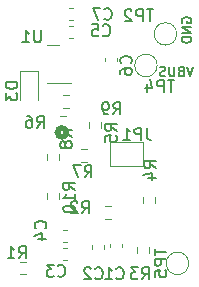
<source format=gbo>
%TF.GenerationSoftware,KiCad,Pcbnew,8.0.1*%
%TF.CreationDate,2024-04-23T06:28:50-07:00*%
%TF.ProjectId,OnOffController,4f6e4f66-6643-46f6-9e74-726f6c6c6572,rev?*%
%TF.SameCoordinates,Original*%
%TF.FileFunction,Legend,Bot*%
%TF.FilePolarity,Positive*%
%FSLAX46Y46*%
G04 Gerber Fmt 4.6, Leading zero omitted, Abs format (unit mm)*
G04 Created by KiCad (PCBNEW 8.0.1) date 2024-04-23 06:28:50*
%MOMM*%
%LPD*%
G01*
G04 APERTURE LIST*
%ADD10C,0.150000*%
%ADD11C,0.508000*%
%ADD12C,0.120000*%
G04 APERTURE END LIST*
D10*
X168100125Y-78977295D02*
X167833458Y-79777295D01*
X167833458Y-79777295D02*
X167566792Y-78977295D01*
X167033459Y-79358247D02*
X166919173Y-79396342D01*
X166919173Y-79396342D02*
X166881078Y-79434438D01*
X166881078Y-79434438D02*
X166842982Y-79510628D01*
X166842982Y-79510628D02*
X166842982Y-79624914D01*
X166842982Y-79624914D02*
X166881078Y-79701104D01*
X166881078Y-79701104D02*
X166919173Y-79739200D01*
X166919173Y-79739200D02*
X166995363Y-79777295D01*
X166995363Y-79777295D02*
X167300125Y-79777295D01*
X167300125Y-79777295D02*
X167300125Y-78977295D01*
X167300125Y-78977295D02*
X167033459Y-78977295D01*
X167033459Y-78977295D02*
X166957268Y-79015390D01*
X166957268Y-79015390D02*
X166919173Y-79053485D01*
X166919173Y-79053485D02*
X166881078Y-79129676D01*
X166881078Y-79129676D02*
X166881078Y-79205866D01*
X166881078Y-79205866D02*
X166919173Y-79282057D01*
X166919173Y-79282057D02*
X166957268Y-79320152D01*
X166957268Y-79320152D02*
X167033459Y-79358247D01*
X167033459Y-79358247D02*
X167300125Y-79358247D01*
X166500125Y-78977295D02*
X166500125Y-79624914D01*
X166500125Y-79624914D02*
X166462030Y-79701104D01*
X166462030Y-79701104D02*
X166423935Y-79739200D01*
X166423935Y-79739200D02*
X166347744Y-79777295D01*
X166347744Y-79777295D02*
X166195363Y-79777295D01*
X166195363Y-79777295D02*
X166119173Y-79739200D01*
X166119173Y-79739200D02*
X166081078Y-79701104D01*
X166081078Y-79701104D02*
X166042982Y-79624914D01*
X166042982Y-79624914D02*
X166042982Y-78977295D01*
X165700126Y-79739200D02*
X165585840Y-79777295D01*
X165585840Y-79777295D02*
X165395364Y-79777295D01*
X165395364Y-79777295D02*
X165319173Y-79739200D01*
X165319173Y-79739200D02*
X165281078Y-79701104D01*
X165281078Y-79701104D02*
X165242983Y-79624914D01*
X165242983Y-79624914D02*
X165242983Y-79548723D01*
X165242983Y-79548723D02*
X165281078Y-79472533D01*
X165281078Y-79472533D02*
X165319173Y-79434438D01*
X165319173Y-79434438D02*
X165395364Y-79396342D01*
X165395364Y-79396342D02*
X165547745Y-79358247D01*
X165547745Y-79358247D02*
X165623935Y-79320152D01*
X165623935Y-79320152D02*
X165662030Y-79282057D01*
X165662030Y-79282057D02*
X165700126Y-79205866D01*
X165700126Y-79205866D02*
X165700126Y-79129676D01*
X165700126Y-79129676D02*
X165662030Y-79053485D01*
X165662030Y-79053485D02*
X165623935Y-79015390D01*
X165623935Y-79015390D02*
X165547745Y-78977295D01*
X165547745Y-78977295D02*
X165357268Y-78977295D01*
X165357268Y-78977295D02*
X165242983Y-79015390D01*
X167153390Y-75257207D02*
X167115295Y-75181017D01*
X167115295Y-75181017D02*
X167115295Y-75066731D01*
X167115295Y-75066731D02*
X167153390Y-74952445D01*
X167153390Y-74952445D02*
X167229580Y-74876255D01*
X167229580Y-74876255D02*
X167305771Y-74838160D01*
X167305771Y-74838160D02*
X167458152Y-74800064D01*
X167458152Y-74800064D02*
X167572438Y-74800064D01*
X167572438Y-74800064D02*
X167724819Y-74838160D01*
X167724819Y-74838160D02*
X167801009Y-74876255D01*
X167801009Y-74876255D02*
X167877200Y-74952445D01*
X167877200Y-74952445D02*
X167915295Y-75066731D01*
X167915295Y-75066731D02*
X167915295Y-75142922D01*
X167915295Y-75142922D02*
X167877200Y-75257207D01*
X167877200Y-75257207D02*
X167839104Y-75295303D01*
X167839104Y-75295303D02*
X167572438Y-75295303D01*
X167572438Y-75295303D02*
X167572438Y-75142922D01*
X167915295Y-75638160D02*
X167115295Y-75638160D01*
X167115295Y-75638160D02*
X167915295Y-76095303D01*
X167915295Y-76095303D02*
X167115295Y-76095303D01*
X167915295Y-76476255D02*
X167115295Y-76476255D01*
X167115295Y-76476255D02*
X167115295Y-76666731D01*
X167115295Y-76666731D02*
X167153390Y-76781017D01*
X167153390Y-76781017D02*
X167229580Y-76857207D01*
X167229580Y-76857207D02*
X167305771Y-76895302D01*
X167305771Y-76895302D02*
X167458152Y-76933398D01*
X167458152Y-76933398D02*
X167572438Y-76933398D01*
X167572438Y-76933398D02*
X167724819Y-76895302D01*
X167724819Y-76895302D02*
X167801009Y-76857207D01*
X167801009Y-76857207D02*
X167877200Y-76781017D01*
X167877200Y-76781017D02*
X167915295Y-76666731D01*
X167915295Y-76666731D02*
X167915295Y-76476255D01*
X157807819Y-84923333D02*
X157331628Y-84590000D01*
X157807819Y-84351905D02*
X156807819Y-84351905D01*
X156807819Y-84351905D02*
X156807819Y-84732857D01*
X156807819Y-84732857D02*
X156855438Y-84828095D01*
X156855438Y-84828095D02*
X156903057Y-84875714D01*
X156903057Y-84875714D02*
X156998295Y-84923333D01*
X156998295Y-84923333D02*
X157141152Y-84923333D01*
X157141152Y-84923333D02*
X157236390Y-84875714D01*
X157236390Y-84875714D02*
X157284009Y-84828095D01*
X157284009Y-84828095D02*
X157331628Y-84732857D01*
X157331628Y-84732857D02*
X157331628Y-84351905D01*
X157236390Y-85494762D02*
X157188771Y-85399524D01*
X157188771Y-85399524D02*
X157141152Y-85351905D01*
X157141152Y-85351905D02*
X157045914Y-85304286D01*
X157045914Y-85304286D02*
X156998295Y-85304286D01*
X156998295Y-85304286D02*
X156903057Y-85351905D01*
X156903057Y-85351905D02*
X156855438Y-85399524D01*
X156855438Y-85399524D02*
X156807819Y-85494762D01*
X156807819Y-85494762D02*
X156807819Y-85685238D01*
X156807819Y-85685238D02*
X156855438Y-85780476D01*
X156855438Y-85780476D02*
X156903057Y-85828095D01*
X156903057Y-85828095D02*
X156998295Y-85875714D01*
X156998295Y-85875714D02*
X157045914Y-85875714D01*
X157045914Y-85875714D02*
X157141152Y-85828095D01*
X157141152Y-85828095D02*
X157188771Y-85780476D01*
X157188771Y-85780476D02*
X157236390Y-85685238D01*
X157236390Y-85685238D02*
X157236390Y-85494762D01*
X157236390Y-85494762D02*
X157284009Y-85399524D01*
X157284009Y-85399524D02*
X157331628Y-85351905D01*
X157331628Y-85351905D02*
X157426866Y-85304286D01*
X157426866Y-85304286D02*
X157617342Y-85304286D01*
X157617342Y-85304286D02*
X157712580Y-85351905D01*
X157712580Y-85351905D02*
X157760200Y-85399524D01*
X157760200Y-85399524D02*
X157807819Y-85494762D01*
X157807819Y-85494762D02*
X157807819Y-85685238D01*
X157807819Y-85685238D02*
X157760200Y-85780476D01*
X157760200Y-85780476D02*
X157712580Y-85828095D01*
X157712580Y-85828095D02*
X157617342Y-85875714D01*
X157617342Y-85875714D02*
X157426866Y-85875714D01*
X157426866Y-85875714D02*
X157331628Y-85828095D01*
X157331628Y-85828095D02*
X157284009Y-85780476D01*
X157284009Y-85780476D02*
X157236390Y-85685238D01*
X153202819Y-80287905D02*
X152202819Y-80287905D01*
X152202819Y-80287905D02*
X152202819Y-80526000D01*
X152202819Y-80526000D02*
X152250438Y-80668857D01*
X152250438Y-80668857D02*
X152345676Y-80764095D01*
X152345676Y-80764095D02*
X152440914Y-80811714D01*
X152440914Y-80811714D02*
X152631390Y-80859333D01*
X152631390Y-80859333D02*
X152774247Y-80859333D01*
X152774247Y-80859333D02*
X152964723Y-80811714D01*
X152964723Y-80811714D02*
X153059961Y-80764095D01*
X153059961Y-80764095D02*
X153155200Y-80668857D01*
X153155200Y-80668857D02*
X153202819Y-80526000D01*
X153202819Y-80526000D02*
X153202819Y-80287905D01*
X152202819Y-81192667D02*
X152202819Y-81811714D01*
X152202819Y-81811714D02*
X152583771Y-81478381D01*
X152583771Y-81478381D02*
X152583771Y-81621238D01*
X152583771Y-81621238D02*
X152631390Y-81716476D01*
X152631390Y-81716476D02*
X152679009Y-81764095D01*
X152679009Y-81764095D02*
X152774247Y-81811714D01*
X152774247Y-81811714D02*
X153012342Y-81811714D01*
X153012342Y-81811714D02*
X153107580Y-81764095D01*
X153107580Y-81764095D02*
X153155200Y-81716476D01*
X153155200Y-81716476D02*
X153202819Y-81621238D01*
X153202819Y-81621238D02*
X153202819Y-81335524D01*
X153202819Y-81335524D02*
X153155200Y-81240286D01*
X153155200Y-81240286D02*
X153107580Y-81192667D01*
X166488904Y-80099819D02*
X165917476Y-80099819D01*
X166203190Y-81099819D02*
X166203190Y-80099819D01*
X165584142Y-81099819D02*
X165584142Y-80099819D01*
X165584142Y-80099819D02*
X165203190Y-80099819D01*
X165203190Y-80099819D02*
X165107952Y-80147438D01*
X165107952Y-80147438D02*
X165060333Y-80195057D01*
X165060333Y-80195057D02*
X165012714Y-80290295D01*
X165012714Y-80290295D02*
X165012714Y-80433152D01*
X165012714Y-80433152D02*
X165060333Y-80528390D01*
X165060333Y-80528390D02*
X165107952Y-80576009D01*
X165107952Y-80576009D02*
X165203190Y-80623628D01*
X165203190Y-80623628D02*
X165584142Y-80623628D01*
X164155571Y-80433152D02*
X164155571Y-81099819D01*
X164393666Y-80052200D02*
X164631761Y-80766485D01*
X164631761Y-80766485D02*
X164012714Y-80766485D01*
X164808819Y-94369095D02*
X164808819Y-94940523D01*
X165808819Y-94654809D02*
X164808819Y-94654809D01*
X165808819Y-95273857D02*
X164808819Y-95273857D01*
X164808819Y-95273857D02*
X164808819Y-95654809D01*
X164808819Y-95654809D02*
X164856438Y-95750047D01*
X164856438Y-95750047D02*
X164904057Y-95797666D01*
X164904057Y-95797666D02*
X164999295Y-95845285D01*
X164999295Y-95845285D02*
X165142152Y-95845285D01*
X165142152Y-95845285D02*
X165237390Y-95797666D01*
X165237390Y-95797666D02*
X165285009Y-95750047D01*
X165285009Y-95750047D02*
X165332628Y-95654809D01*
X165332628Y-95654809D02*
X165332628Y-95273857D01*
X164808819Y-96750047D02*
X164808819Y-96273857D01*
X164808819Y-96273857D02*
X165285009Y-96226238D01*
X165285009Y-96226238D02*
X165237390Y-96273857D01*
X165237390Y-96273857D02*
X165189771Y-96369095D01*
X165189771Y-96369095D02*
X165189771Y-96607190D01*
X165189771Y-96607190D02*
X165237390Y-96702428D01*
X165237390Y-96702428D02*
X165285009Y-96750047D01*
X165285009Y-96750047D02*
X165380247Y-96797666D01*
X165380247Y-96797666D02*
X165618342Y-96797666D01*
X165618342Y-96797666D02*
X165713580Y-96750047D01*
X165713580Y-96750047D02*
X165761200Y-96702428D01*
X165761200Y-96702428D02*
X165808819Y-96607190D01*
X165808819Y-96607190D02*
X165808819Y-96369095D01*
X165808819Y-96369095D02*
X165761200Y-96273857D01*
X165761200Y-96273857D02*
X165713580Y-96226238D01*
X154852666Y-84147819D02*
X155185999Y-83671628D01*
X155424094Y-84147819D02*
X155424094Y-83147819D01*
X155424094Y-83147819D02*
X155043142Y-83147819D01*
X155043142Y-83147819D02*
X154947904Y-83195438D01*
X154947904Y-83195438D02*
X154900285Y-83243057D01*
X154900285Y-83243057D02*
X154852666Y-83338295D01*
X154852666Y-83338295D02*
X154852666Y-83481152D01*
X154852666Y-83481152D02*
X154900285Y-83576390D01*
X154900285Y-83576390D02*
X154947904Y-83624009D01*
X154947904Y-83624009D02*
X155043142Y-83671628D01*
X155043142Y-83671628D02*
X155424094Y-83671628D01*
X153995523Y-83147819D02*
X154185999Y-83147819D01*
X154185999Y-83147819D02*
X154281237Y-83195438D01*
X154281237Y-83195438D02*
X154328856Y-83243057D01*
X154328856Y-83243057D02*
X154424094Y-83385914D01*
X154424094Y-83385914D02*
X154471713Y-83576390D01*
X154471713Y-83576390D02*
X154471713Y-83957342D01*
X154471713Y-83957342D02*
X154424094Y-84052580D01*
X154424094Y-84052580D02*
X154376475Y-84100200D01*
X154376475Y-84100200D02*
X154281237Y-84147819D01*
X154281237Y-84147819D02*
X154090761Y-84147819D01*
X154090761Y-84147819D02*
X153995523Y-84100200D01*
X153995523Y-84100200D02*
X153947904Y-84052580D01*
X153947904Y-84052580D02*
X153900285Y-83957342D01*
X153900285Y-83957342D02*
X153900285Y-83719247D01*
X153900285Y-83719247D02*
X153947904Y-83624009D01*
X153947904Y-83624009D02*
X153995523Y-83576390D01*
X153995523Y-83576390D02*
X154090761Y-83528771D01*
X154090761Y-83528771D02*
X154281237Y-83528771D01*
X154281237Y-83528771D02*
X154376475Y-83576390D01*
X154376475Y-83576390D02*
X154424094Y-83624009D01*
X154424094Y-83624009D02*
X154471713Y-83719247D01*
X164710904Y-74130819D02*
X164139476Y-74130819D01*
X164425190Y-75130819D02*
X164425190Y-74130819D01*
X163806142Y-75130819D02*
X163806142Y-74130819D01*
X163806142Y-74130819D02*
X163425190Y-74130819D01*
X163425190Y-74130819D02*
X163329952Y-74178438D01*
X163329952Y-74178438D02*
X163282333Y-74226057D01*
X163282333Y-74226057D02*
X163234714Y-74321295D01*
X163234714Y-74321295D02*
X163234714Y-74464152D01*
X163234714Y-74464152D02*
X163282333Y-74559390D01*
X163282333Y-74559390D02*
X163329952Y-74607009D01*
X163329952Y-74607009D02*
X163425190Y-74654628D01*
X163425190Y-74654628D02*
X163806142Y-74654628D01*
X162853761Y-74226057D02*
X162806142Y-74178438D01*
X162806142Y-74178438D02*
X162710904Y-74130819D01*
X162710904Y-74130819D02*
X162472809Y-74130819D01*
X162472809Y-74130819D02*
X162377571Y-74178438D01*
X162377571Y-74178438D02*
X162329952Y-74226057D01*
X162329952Y-74226057D02*
X162282333Y-74321295D01*
X162282333Y-74321295D02*
X162282333Y-74416533D01*
X162282333Y-74416533D02*
X162329952Y-74559390D01*
X162329952Y-74559390D02*
X162901380Y-75130819D01*
X162901380Y-75130819D02*
X162282333Y-75130819D01*
X161329666Y-83004819D02*
X161662999Y-82528628D01*
X161901094Y-83004819D02*
X161901094Y-82004819D01*
X161901094Y-82004819D02*
X161520142Y-82004819D01*
X161520142Y-82004819D02*
X161424904Y-82052438D01*
X161424904Y-82052438D02*
X161377285Y-82100057D01*
X161377285Y-82100057D02*
X161329666Y-82195295D01*
X161329666Y-82195295D02*
X161329666Y-82338152D01*
X161329666Y-82338152D02*
X161377285Y-82433390D01*
X161377285Y-82433390D02*
X161424904Y-82481009D01*
X161424904Y-82481009D02*
X161520142Y-82528628D01*
X161520142Y-82528628D02*
X161901094Y-82528628D01*
X160853475Y-83004819D02*
X160662999Y-83004819D01*
X160662999Y-83004819D02*
X160567761Y-82957200D01*
X160567761Y-82957200D02*
X160520142Y-82909580D01*
X160520142Y-82909580D02*
X160424904Y-82766723D01*
X160424904Y-82766723D02*
X160377285Y-82576247D01*
X160377285Y-82576247D02*
X160377285Y-82195295D01*
X160377285Y-82195295D02*
X160424904Y-82100057D01*
X160424904Y-82100057D02*
X160472523Y-82052438D01*
X160472523Y-82052438D02*
X160567761Y-82004819D01*
X160567761Y-82004819D02*
X160758237Y-82004819D01*
X160758237Y-82004819D02*
X160853475Y-82052438D01*
X160853475Y-82052438D02*
X160901094Y-82100057D01*
X160901094Y-82100057D02*
X160948713Y-82195295D01*
X160948713Y-82195295D02*
X160948713Y-82433390D01*
X160948713Y-82433390D02*
X160901094Y-82528628D01*
X160901094Y-82528628D02*
X160853475Y-82576247D01*
X160853475Y-82576247D02*
X160758237Y-82623866D01*
X160758237Y-82623866D02*
X160567761Y-82623866D01*
X160567761Y-82623866D02*
X160472523Y-82576247D01*
X160472523Y-82576247D02*
X160424904Y-82528628D01*
X160424904Y-82528628D02*
X160377285Y-82433390D01*
X160567666Y-74908580D02*
X160615285Y-74956200D01*
X160615285Y-74956200D02*
X160758142Y-75003819D01*
X160758142Y-75003819D02*
X160853380Y-75003819D01*
X160853380Y-75003819D02*
X160996237Y-74956200D01*
X160996237Y-74956200D02*
X161091475Y-74860961D01*
X161091475Y-74860961D02*
X161139094Y-74765723D01*
X161139094Y-74765723D02*
X161186713Y-74575247D01*
X161186713Y-74575247D02*
X161186713Y-74432390D01*
X161186713Y-74432390D02*
X161139094Y-74241914D01*
X161139094Y-74241914D02*
X161091475Y-74146676D01*
X161091475Y-74146676D02*
X160996237Y-74051438D01*
X160996237Y-74051438D02*
X160853380Y-74003819D01*
X160853380Y-74003819D02*
X160758142Y-74003819D01*
X160758142Y-74003819D02*
X160615285Y-74051438D01*
X160615285Y-74051438D02*
X160567666Y-74099057D01*
X160234332Y-74003819D02*
X159567666Y-74003819D01*
X159567666Y-74003819D02*
X159996237Y-75003819D01*
X162792580Y-78700333D02*
X162840200Y-78652714D01*
X162840200Y-78652714D02*
X162887819Y-78509857D01*
X162887819Y-78509857D02*
X162887819Y-78414619D01*
X162887819Y-78414619D02*
X162840200Y-78271762D01*
X162840200Y-78271762D02*
X162744961Y-78176524D01*
X162744961Y-78176524D02*
X162649723Y-78128905D01*
X162649723Y-78128905D02*
X162459247Y-78081286D01*
X162459247Y-78081286D02*
X162316390Y-78081286D01*
X162316390Y-78081286D02*
X162125914Y-78128905D01*
X162125914Y-78128905D02*
X162030676Y-78176524D01*
X162030676Y-78176524D02*
X161935438Y-78271762D01*
X161935438Y-78271762D02*
X161887819Y-78414619D01*
X161887819Y-78414619D02*
X161887819Y-78509857D01*
X161887819Y-78509857D02*
X161935438Y-78652714D01*
X161935438Y-78652714D02*
X161983057Y-78700333D01*
X161887819Y-79557476D02*
X161887819Y-79367000D01*
X161887819Y-79367000D02*
X161935438Y-79271762D01*
X161935438Y-79271762D02*
X161983057Y-79224143D01*
X161983057Y-79224143D02*
X162125914Y-79128905D01*
X162125914Y-79128905D02*
X162316390Y-79081286D01*
X162316390Y-79081286D02*
X162697342Y-79081286D01*
X162697342Y-79081286D02*
X162792580Y-79128905D01*
X162792580Y-79128905D02*
X162840200Y-79176524D01*
X162840200Y-79176524D02*
X162887819Y-79271762D01*
X162887819Y-79271762D02*
X162887819Y-79462238D01*
X162887819Y-79462238D02*
X162840200Y-79557476D01*
X162840200Y-79557476D02*
X162792580Y-79605095D01*
X162792580Y-79605095D02*
X162697342Y-79652714D01*
X162697342Y-79652714D02*
X162459247Y-79652714D01*
X162459247Y-79652714D02*
X162364009Y-79605095D01*
X162364009Y-79605095D02*
X162316390Y-79557476D01*
X162316390Y-79557476D02*
X162268771Y-79462238D01*
X162268771Y-79462238D02*
X162268771Y-79271762D01*
X162268771Y-79271762D02*
X162316390Y-79176524D01*
X162316390Y-79176524D02*
X162364009Y-79128905D01*
X162364009Y-79128905D02*
X162459247Y-79081286D01*
X160440666Y-76305580D02*
X160488285Y-76353200D01*
X160488285Y-76353200D02*
X160631142Y-76400819D01*
X160631142Y-76400819D02*
X160726380Y-76400819D01*
X160726380Y-76400819D02*
X160869237Y-76353200D01*
X160869237Y-76353200D02*
X160964475Y-76257961D01*
X160964475Y-76257961D02*
X161012094Y-76162723D01*
X161012094Y-76162723D02*
X161059713Y-75972247D01*
X161059713Y-75972247D02*
X161059713Y-75829390D01*
X161059713Y-75829390D02*
X161012094Y-75638914D01*
X161012094Y-75638914D02*
X160964475Y-75543676D01*
X160964475Y-75543676D02*
X160869237Y-75448438D01*
X160869237Y-75448438D02*
X160726380Y-75400819D01*
X160726380Y-75400819D02*
X160631142Y-75400819D01*
X160631142Y-75400819D02*
X160488285Y-75448438D01*
X160488285Y-75448438D02*
X160440666Y-75496057D01*
X159535904Y-75400819D02*
X160012094Y-75400819D01*
X160012094Y-75400819D02*
X160059713Y-75877009D01*
X160059713Y-75877009D02*
X160012094Y-75829390D01*
X160012094Y-75829390D02*
X159916856Y-75781771D01*
X159916856Y-75781771D02*
X159678761Y-75781771D01*
X159678761Y-75781771D02*
X159583523Y-75829390D01*
X159583523Y-75829390D02*
X159535904Y-75877009D01*
X159535904Y-75877009D02*
X159488285Y-75972247D01*
X159488285Y-75972247D02*
X159488285Y-76210342D01*
X159488285Y-76210342D02*
X159535904Y-76305580D01*
X159535904Y-76305580D02*
X159583523Y-76353200D01*
X159583523Y-76353200D02*
X159678761Y-76400819D01*
X159678761Y-76400819D02*
X159916856Y-76400819D01*
X159916856Y-76400819D02*
X160012094Y-76353200D01*
X160012094Y-76353200D02*
X160059713Y-76305580D01*
X155553580Y-92670333D02*
X155601200Y-92622714D01*
X155601200Y-92622714D02*
X155648819Y-92479857D01*
X155648819Y-92479857D02*
X155648819Y-92384619D01*
X155648819Y-92384619D02*
X155601200Y-92241762D01*
X155601200Y-92241762D02*
X155505961Y-92146524D01*
X155505961Y-92146524D02*
X155410723Y-92098905D01*
X155410723Y-92098905D02*
X155220247Y-92051286D01*
X155220247Y-92051286D02*
X155077390Y-92051286D01*
X155077390Y-92051286D02*
X154886914Y-92098905D01*
X154886914Y-92098905D02*
X154791676Y-92146524D01*
X154791676Y-92146524D02*
X154696438Y-92241762D01*
X154696438Y-92241762D02*
X154648819Y-92384619D01*
X154648819Y-92384619D02*
X154648819Y-92479857D01*
X154648819Y-92479857D02*
X154696438Y-92622714D01*
X154696438Y-92622714D02*
X154744057Y-92670333D01*
X154982152Y-93527476D02*
X155648819Y-93527476D01*
X154601200Y-93289381D02*
X155315485Y-93051286D01*
X155315485Y-93051286D02*
X155315485Y-93670333D01*
X161583666Y-96879580D02*
X161631285Y-96927200D01*
X161631285Y-96927200D02*
X161774142Y-96974819D01*
X161774142Y-96974819D02*
X161869380Y-96974819D01*
X161869380Y-96974819D02*
X162012237Y-96927200D01*
X162012237Y-96927200D02*
X162107475Y-96831961D01*
X162107475Y-96831961D02*
X162155094Y-96736723D01*
X162155094Y-96736723D02*
X162202713Y-96546247D01*
X162202713Y-96546247D02*
X162202713Y-96403390D01*
X162202713Y-96403390D02*
X162155094Y-96212914D01*
X162155094Y-96212914D02*
X162107475Y-96117676D01*
X162107475Y-96117676D02*
X162012237Y-96022438D01*
X162012237Y-96022438D02*
X161869380Y-95974819D01*
X161869380Y-95974819D02*
X161774142Y-95974819D01*
X161774142Y-95974819D02*
X161631285Y-96022438D01*
X161631285Y-96022438D02*
X161583666Y-96070057D01*
X160631285Y-96974819D02*
X161202713Y-96974819D01*
X160916999Y-96974819D02*
X160916999Y-95974819D01*
X160916999Y-95974819D02*
X161012237Y-96117676D01*
X161012237Y-96117676D02*
X161107475Y-96212914D01*
X161107475Y-96212914D02*
X161202713Y-96260533D01*
X164919819Y-87566833D02*
X164443628Y-87233500D01*
X164919819Y-86995405D02*
X163919819Y-86995405D01*
X163919819Y-86995405D02*
X163919819Y-87376357D01*
X163919819Y-87376357D02*
X163967438Y-87471595D01*
X163967438Y-87471595D02*
X164015057Y-87519214D01*
X164015057Y-87519214D02*
X164110295Y-87566833D01*
X164110295Y-87566833D02*
X164253152Y-87566833D01*
X164253152Y-87566833D02*
X164348390Y-87519214D01*
X164348390Y-87519214D02*
X164396009Y-87471595D01*
X164396009Y-87471595D02*
X164443628Y-87376357D01*
X164443628Y-87376357D02*
X164443628Y-86995405D01*
X164253152Y-88423976D02*
X164919819Y-88423976D01*
X163872200Y-88185881D02*
X164586485Y-87947786D01*
X164586485Y-87947786D02*
X164586485Y-88566833D01*
X161617819Y-84415333D02*
X161141628Y-84082000D01*
X161617819Y-83843905D02*
X160617819Y-83843905D01*
X160617819Y-83843905D02*
X160617819Y-84224857D01*
X160617819Y-84224857D02*
X160665438Y-84320095D01*
X160665438Y-84320095D02*
X160713057Y-84367714D01*
X160713057Y-84367714D02*
X160808295Y-84415333D01*
X160808295Y-84415333D02*
X160951152Y-84415333D01*
X160951152Y-84415333D02*
X161046390Y-84367714D01*
X161046390Y-84367714D02*
X161094009Y-84320095D01*
X161094009Y-84320095D02*
X161141628Y-84224857D01*
X161141628Y-84224857D02*
X161141628Y-83843905D01*
X160617819Y-85320095D02*
X160617819Y-84843905D01*
X160617819Y-84843905D02*
X161094009Y-84796286D01*
X161094009Y-84796286D02*
X161046390Y-84843905D01*
X161046390Y-84843905D02*
X160998771Y-84939143D01*
X160998771Y-84939143D02*
X160998771Y-85177238D01*
X160998771Y-85177238D02*
X161046390Y-85272476D01*
X161046390Y-85272476D02*
X161094009Y-85320095D01*
X161094009Y-85320095D02*
X161189247Y-85367714D01*
X161189247Y-85367714D02*
X161427342Y-85367714D01*
X161427342Y-85367714D02*
X161522580Y-85320095D01*
X161522580Y-85320095D02*
X161570200Y-85272476D01*
X161570200Y-85272476D02*
X161617819Y-85177238D01*
X161617819Y-85177238D02*
X161617819Y-84939143D01*
X161617819Y-84939143D02*
X161570200Y-84843905D01*
X161570200Y-84843905D02*
X161522580Y-84796286D01*
X158893166Y-88338819D02*
X159226499Y-87862628D01*
X159464594Y-88338819D02*
X159464594Y-87338819D01*
X159464594Y-87338819D02*
X159083642Y-87338819D01*
X159083642Y-87338819D02*
X158988404Y-87386438D01*
X158988404Y-87386438D02*
X158940785Y-87434057D01*
X158940785Y-87434057D02*
X158893166Y-87529295D01*
X158893166Y-87529295D02*
X158893166Y-87672152D01*
X158893166Y-87672152D02*
X158940785Y-87767390D01*
X158940785Y-87767390D02*
X158988404Y-87815009D01*
X158988404Y-87815009D02*
X159083642Y-87862628D01*
X159083642Y-87862628D02*
X159464594Y-87862628D01*
X158559832Y-87338819D02*
X157893166Y-87338819D01*
X157893166Y-87338819D02*
X158321737Y-88338819D01*
X158061819Y-89400142D02*
X157585628Y-89066809D01*
X158061819Y-88828714D02*
X157061819Y-88828714D01*
X157061819Y-88828714D02*
X157061819Y-89209666D01*
X157061819Y-89209666D02*
X157109438Y-89304904D01*
X157109438Y-89304904D02*
X157157057Y-89352523D01*
X157157057Y-89352523D02*
X157252295Y-89400142D01*
X157252295Y-89400142D02*
X157395152Y-89400142D01*
X157395152Y-89400142D02*
X157490390Y-89352523D01*
X157490390Y-89352523D02*
X157538009Y-89304904D01*
X157538009Y-89304904D02*
X157585628Y-89209666D01*
X157585628Y-89209666D02*
X157585628Y-88828714D01*
X158061819Y-90352523D02*
X158061819Y-89781095D01*
X158061819Y-90066809D02*
X157061819Y-90066809D01*
X157061819Y-90066809D02*
X157204676Y-89971571D01*
X157204676Y-89971571D02*
X157299914Y-89876333D01*
X157299914Y-89876333D02*
X157347533Y-89781095D01*
X157061819Y-90971571D02*
X157061819Y-91066809D01*
X157061819Y-91066809D02*
X157109438Y-91162047D01*
X157109438Y-91162047D02*
X157157057Y-91209666D01*
X157157057Y-91209666D02*
X157252295Y-91257285D01*
X157252295Y-91257285D02*
X157442771Y-91304904D01*
X157442771Y-91304904D02*
X157680866Y-91304904D01*
X157680866Y-91304904D02*
X157871342Y-91257285D01*
X157871342Y-91257285D02*
X157966580Y-91209666D01*
X157966580Y-91209666D02*
X158014200Y-91162047D01*
X158014200Y-91162047D02*
X158061819Y-91066809D01*
X158061819Y-91066809D02*
X158061819Y-90971571D01*
X158061819Y-90971571D02*
X158014200Y-90876333D01*
X158014200Y-90876333D02*
X157966580Y-90828714D01*
X157966580Y-90828714D02*
X157871342Y-90781095D01*
X157871342Y-90781095D02*
X157680866Y-90733476D01*
X157680866Y-90733476D02*
X157442771Y-90733476D01*
X157442771Y-90733476D02*
X157252295Y-90781095D01*
X157252295Y-90781095D02*
X157157057Y-90828714D01*
X157157057Y-90828714D02*
X157109438Y-90876333D01*
X157109438Y-90876333D02*
X157061819Y-90971571D01*
X158662666Y-91386819D02*
X158995999Y-90910628D01*
X159234094Y-91386819D02*
X159234094Y-90386819D01*
X159234094Y-90386819D02*
X158853142Y-90386819D01*
X158853142Y-90386819D02*
X158757904Y-90434438D01*
X158757904Y-90434438D02*
X158710285Y-90482057D01*
X158710285Y-90482057D02*
X158662666Y-90577295D01*
X158662666Y-90577295D02*
X158662666Y-90720152D01*
X158662666Y-90720152D02*
X158710285Y-90815390D01*
X158710285Y-90815390D02*
X158757904Y-90863009D01*
X158757904Y-90863009D02*
X158853142Y-90910628D01*
X158853142Y-90910628D02*
X159234094Y-90910628D01*
X158281713Y-90482057D02*
X158234094Y-90434438D01*
X158234094Y-90434438D02*
X158138856Y-90386819D01*
X158138856Y-90386819D02*
X157900761Y-90386819D01*
X157900761Y-90386819D02*
X157805523Y-90434438D01*
X157805523Y-90434438D02*
X157757904Y-90482057D01*
X157757904Y-90482057D02*
X157710285Y-90577295D01*
X157710285Y-90577295D02*
X157710285Y-90672533D01*
X157710285Y-90672533D02*
X157757904Y-90815390D01*
X157757904Y-90815390D02*
X158329332Y-91386819D01*
X158329332Y-91386819D02*
X157710285Y-91386819D01*
X155193904Y-75908819D02*
X155193904Y-76718342D01*
X155193904Y-76718342D02*
X155146285Y-76813580D01*
X155146285Y-76813580D02*
X155098666Y-76861200D01*
X155098666Y-76861200D02*
X155003428Y-76908819D01*
X155003428Y-76908819D02*
X154812952Y-76908819D01*
X154812952Y-76908819D02*
X154717714Y-76861200D01*
X154717714Y-76861200D02*
X154670095Y-76813580D01*
X154670095Y-76813580D02*
X154622476Y-76718342D01*
X154622476Y-76718342D02*
X154622476Y-75908819D01*
X153622476Y-76908819D02*
X154193904Y-76908819D01*
X153908190Y-76908819D02*
X153908190Y-75908819D01*
X153908190Y-75908819D02*
X154003428Y-76051676D01*
X154003428Y-76051676D02*
X154098666Y-76146914D01*
X154098666Y-76146914D02*
X154193904Y-76194533D01*
X163742666Y-96974819D02*
X164075999Y-96498628D01*
X164314094Y-96974819D02*
X164314094Y-95974819D01*
X164314094Y-95974819D02*
X163933142Y-95974819D01*
X163933142Y-95974819D02*
X163837904Y-96022438D01*
X163837904Y-96022438D02*
X163790285Y-96070057D01*
X163790285Y-96070057D02*
X163742666Y-96165295D01*
X163742666Y-96165295D02*
X163742666Y-96308152D01*
X163742666Y-96308152D02*
X163790285Y-96403390D01*
X163790285Y-96403390D02*
X163837904Y-96451009D01*
X163837904Y-96451009D02*
X163933142Y-96498628D01*
X163933142Y-96498628D02*
X164314094Y-96498628D01*
X163409332Y-95974819D02*
X162790285Y-95974819D01*
X162790285Y-95974819D02*
X163123618Y-96355771D01*
X163123618Y-96355771D02*
X162980761Y-96355771D01*
X162980761Y-96355771D02*
X162885523Y-96403390D01*
X162885523Y-96403390D02*
X162837904Y-96451009D01*
X162837904Y-96451009D02*
X162790285Y-96546247D01*
X162790285Y-96546247D02*
X162790285Y-96784342D01*
X162790285Y-96784342D02*
X162837904Y-96879580D01*
X162837904Y-96879580D02*
X162885523Y-96927200D01*
X162885523Y-96927200D02*
X162980761Y-96974819D01*
X162980761Y-96974819D02*
X163266475Y-96974819D01*
X163266475Y-96974819D02*
X163361713Y-96927200D01*
X163361713Y-96927200D02*
X163409332Y-96879580D01*
X153328666Y-95196819D02*
X153661999Y-94720628D01*
X153900094Y-95196819D02*
X153900094Y-94196819D01*
X153900094Y-94196819D02*
X153519142Y-94196819D01*
X153519142Y-94196819D02*
X153423904Y-94244438D01*
X153423904Y-94244438D02*
X153376285Y-94292057D01*
X153376285Y-94292057D02*
X153328666Y-94387295D01*
X153328666Y-94387295D02*
X153328666Y-94530152D01*
X153328666Y-94530152D02*
X153376285Y-94625390D01*
X153376285Y-94625390D02*
X153423904Y-94673009D01*
X153423904Y-94673009D02*
X153519142Y-94720628D01*
X153519142Y-94720628D02*
X153900094Y-94720628D01*
X152376285Y-95196819D02*
X152947713Y-95196819D01*
X152661999Y-95196819D02*
X152661999Y-94196819D01*
X152661999Y-94196819D02*
X152757237Y-94339676D01*
X152757237Y-94339676D02*
X152852475Y-94434914D01*
X152852475Y-94434914D02*
X152947713Y-94482533D01*
X159805666Y-96879580D02*
X159853285Y-96927200D01*
X159853285Y-96927200D02*
X159996142Y-96974819D01*
X159996142Y-96974819D02*
X160091380Y-96974819D01*
X160091380Y-96974819D02*
X160234237Y-96927200D01*
X160234237Y-96927200D02*
X160329475Y-96831961D01*
X160329475Y-96831961D02*
X160377094Y-96736723D01*
X160377094Y-96736723D02*
X160424713Y-96546247D01*
X160424713Y-96546247D02*
X160424713Y-96403390D01*
X160424713Y-96403390D02*
X160377094Y-96212914D01*
X160377094Y-96212914D02*
X160329475Y-96117676D01*
X160329475Y-96117676D02*
X160234237Y-96022438D01*
X160234237Y-96022438D02*
X160091380Y-95974819D01*
X160091380Y-95974819D02*
X159996142Y-95974819D01*
X159996142Y-95974819D02*
X159853285Y-96022438D01*
X159853285Y-96022438D02*
X159805666Y-96070057D01*
X159424713Y-96070057D02*
X159377094Y-96022438D01*
X159377094Y-96022438D02*
X159281856Y-95974819D01*
X159281856Y-95974819D02*
X159043761Y-95974819D01*
X159043761Y-95974819D02*
X158948523Y-96022438D01*
X158948523Y-96022438D02*
X158900904Y-96070057D01*
X158900904Y-96070057D02*
X158853285Y-96165295D01*
X158853285Y-96165295D02*
X158853285Y-96260533D01*
X158853285Y-96260533D02*
X158900904Y-96403390D01*
X158900904Y-96403390D02*
X159472332Y-96974819D01*
X159472332Y-96974819D02*
X158853285Y-96974819D01*
X156630666Y-96658580D02*
X156678285Y-96706200D01*
X156678285Y-96706200D02*
X156821142Y-96753819D01*
X156821142Y-96753819D02*
X156916380Y-96753819D01*
X156916380Y-96753819D02*
X157059237Y-96706200D01*
X157059237Y-96706200D02*
X157154475Y-96610961D01*
X157154475Y-96610961D02*
X157202094Y-96515723D01*
X157202094Y-96515723D02*
X157249713Y-96325247D01*
X157249713Y-96325247D02*
X157249713Y-96182390D01*
X157249713Y-96182390D02*
X157202094Y-95991914D01*
X157202094Y-95991914D02*
X157154475Y-95896676D01*
X157154475Y-95896676D02*
X157059237Y-95801438D01*
X157059237Y-95801438D02*
X156916380Y-95753819D01*
X156916380Y-95753819D02*
X156821142Y-95753819D01*
X156821142Y-95753819D02*
X156678285Y-95801438D01*
X156678285Y-95801438D02*
X156630666Y-95849057D01*
X156297332Y-95753819D02*
X155678285Y-95753819D01*
X155678285Y-95753819D02*
X156011618Y-96134771D01*
X156011618Y-96134771D02*
X155868761Y-96134771D01*
X155868761Y-96134771D02*
X155773523Y-96182390D01*
X155773523Y-96182390D02*
X155725904Y-96230009D01*
X155725904Y-96230009D02*
X155678285Y-96325247D01*
X155678285Y-96325247D02*
X155678285Y-96563342D01*
X155678285Y-96563342D02*
X155725904Y-96658580D01*
X155725904Y-96658580D02*
X155773523Y-96706200D01*
X155773523Y-96706200D02*
X155868761Y-96753819D01*
X155868761Y-96753819D02*
X156154475Y-96753819D01*
X156154475Y-96753819D02*
X156249713Y-96706200D01*
X156249713Y-96706200D02*
X156297332Y-96658580D01*
X164155333Y-84163819D02*
X164155333Y-84878104D01*
X164155333Y-84878104D02*
X164202952Y-85020961D01*
X164202952Y-85020961D02*
X164298190Y-85116200D01*
X164298190Y-85116200D02*
X164441047Y-85163819D01*
X164441047Y-85163819D02*
X164536285Y-85163819D01*
X163679142Y-85163819D02*
X163679142Y-84163819D01*
X163679142Y-84163819D02*
X163298190Y-84163819D01*
X163298190Y-84163819D02*
X163202952Y-84211438D01*
X163202952Y-84211438D02*
X163155333Y-84259057D01*
X163155333Y-84259057D02*
X163107714Y-84354295D01*
X163107714Y-84354295D02*
X163107714Y-84497152D01*
X163107714Y-84497152D02*
X163155333Y-84592390D01*
X163155333Y-84592390D02*
X163202952Y-84640009D01*
X163202952Y-84640009D02*
X163298190Y-84687628D01*
X163298190Y-84687628D02*
X163679142Y-84687628D01*
X162155333Y-85163819D02*
X162726761Y-85163819D01*
X162441047Y-85163819D02*
X162441047Y-84163819D01*
X162441047Y-84163819D02*
X162536285Y-84306676D01*
X162536285Y-84306676D02*
X162631523Y-84401914D01*
X162631523Y-84401914D02*
X162726761Y-84449533D01*
D11*
%TO.C,SW1*%
X157340300Y-84544000D02*
G75*
G02*
X156578300Y-84544000I-381000J0D01*
G01*
X156578300Y-84544000D02*
G75*
G02*
X157340300Y-84544000I381000J0D01*
G01*
D12*
%TO.C,R8*%
X155687500Y-86359276D02*
X155687500Y-86868724D01*
X156732500Y-86359276D02*
X156732500Y-86868724D01*
%TO.C,D3*%
X153443000Y-79366000D02*
X154913000Y-79366000D01*
X153443000Y-81826000D02*
X153443000Y-79366000D01*
X154913000Y-79366000D02*
X154913000Y-81826000D01*
%TO.C,TP4*%
X165034000Y-78867000D02*
G75*
G02*
X163134000Y-78867000I-950000J0D01*
G01*
X163134000Y-78867000D02*
G75*
G02*
X165034000Y-78867000I950000J0D01*
G01*
%TO.C,TP5*%
X167701000Y-95631000D02*
G75*
G02*
X165801000Y-95631000I-950000J0D01*
G01*
X165801000Y-95631000D02*
G75*
G02*
X167701000Y-95631000I950000J0D01*
G01*
%TO.C,R6*%
X157353724Y-83170500D02*
X156844276Y-83170500D01*
X157353724Y-84215500D02*
X156844276Y-84215500D01*
%TO.C,TP2*%
X166685000Y-76200000D02*
G75*
G02*
X164785000Y-76200000I-950000J0D01*
G01*
X164785000Y-76200000D02*
G75*
G02*
X166685000Y-76200000I950000J0D01*
G01*
%TO.C,R9*%
X157607724Y-81392500D02*
X157098276Y-81392500D01*
X157607724Y-82437500D02*
X157098276Y-82437500D01*
%TO.C,C7*%
X157880267Y-74039000D02*
X157587733Y-74039000D01*
X157880267Y-75059000D02*
X157587733Y-75059000D01*
%TO.C,C6*%
X160653000Y-78505267D02*
X160653000Y-78212733D01*
X161673000Y-78505267D02*
X161673000Y-78212733D01*
%TO.C,C5*%
X157880267Y-75563000D02*
X157587733Y-75563000D01*
X157880267Y-76583000D02*
X157587733Y-76583000D01*
%TO.C,C4*%
X157079733Y-92835000D02*
X157372267Y-92835000D01*
X157079733Y-93855000D02*
X157372267Y-93855000D01*
%TO.C,C1*%
X161034000Y-94253267D02*
X161034000Y-93960733D01*
X162054000Y-94253267D02*
X162054000Y-93960733D01*
%TO.C,R4*%
X163815500Y-90528224D02*
X163815500Y-90018776D01*
X164860500Y-90528224D02*
X164860500Y-90018776D01*
%TO.C,R5*%
X159243500Y-84201724D02*
X159243500Y-83692276D01*
X160288500Y-84201724D02*
X160288500Y-83692276D01*
%TO.C,R7*%
X159108224Y-85964500D02*
X158598776Y-85964500D01*
X159108224Y-87009500D02*
X158598776Y-87009500D01*
%TO.C,R10*%
X155687500Y-89661276D02*
X155687500Y-90170724D01*
X156732500Y-89661276D02*
X156732500Y-90170724D01*
%TO.C,R2*%
X160654276Y-90790500D02*
X161163724Y-90790500D01*
X160654276Y-91835500D02*
X161163724Y-91835500D01*
%TO.C,U1*%
X155718000Y-77140000D02*
X156718000Y-77140000D01*
X155718000Y-80340000D02*
X157718000Y-80340000D01*
%TO.C,R3*%
X163307500Y-94742724D02*
X163307500Y-94233276D01*
X164352500Y-94742724D02*
X164352500Y-94233276D01*
%TO.C,R1*%
X153415276Y-95489500D02*
X153924724Y-95489500D01*
X153415276Y-96534500D02*
X153924724Y-96534500D01*
%TO.C,C2*%
X159510000Y-94380267D02*
X159510000Y-94087733D01*
X160530000Y-94380267D02*
X160530000Y-94087733D01*
%TO.C,C3*%
X157079733Y-94359000D02*
X157372267Y-94359000D01*
X157079733Y-95379000D02*
X157372267Y-95379000D01*
%TO.C,JP1*%
X161033000Y-85360000D02*
X161033000Y-87360000D01*
X161033000Y-87360000D02*
X163833000Y-87360000D01*
X163833000Y-85360000D02*
X161033000Y-85360000D01*
X163833000Y-87360000D02*
X163833000Y-85360000D01*
%TD*%
M02*

</source>
